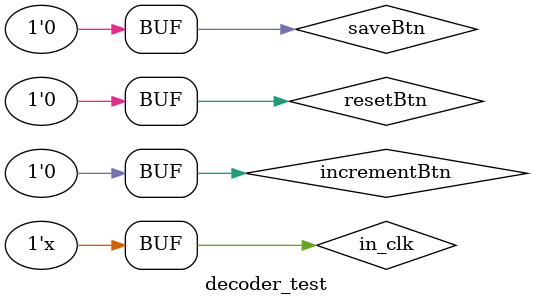
<source format=v>
`timescale 1ns / 1ps


module decoder_test(

    );
    
    reg in_clk, incrementBtn, saveBtn, resetBtn;
    wire [3:0] A, B;
    wire btnPressLED, state;
    
    always #1 in_clk = ~in_clk;
    
    decoder DUT(in_clk, incrementBtn, saveBtn, resetBtn, A, B, btnPressLED, state);
    
    initial begin
        in_clk = 0;
        incrementBtn = 0;
        saveBtn = 0;
        resetBtn = 0;
        
        #10 incrementBtn = 1;
        #10 incrementBtn = 0;
        #10 incrementBtn = 1;
        #10 incrementBtn = 0;
        #10 incrementBtn = 1;
        #10 incrementBtn = 0;
        #10 incrementBtn = 1;
        #10 incrementBtn = 0;
        #10 incrementBtn = 1;
        #10 incrementBtn = 0; // A should be 5
        
        #10 saveBtn = 1;      // B is new target, state should be 1
        #10 saveBtn = 0;
        
        #10 incrementBtn = 1;
        #10 incrementBtn = 0;
        #10 incrementBtn = 1;
        #10 incrementBtn = 0;
        #10 incrementBtn = 1;
        #10 incrementBtn = 0;
        #10 incrementBtn = 1;
        #10 incrementBtn = 0; // B should be 4
        
        #10 resetBtn = 1;
        #10 resetBtn = 0;     // A and B should be reset to 0
        
    end
    
endmodule

</source>
